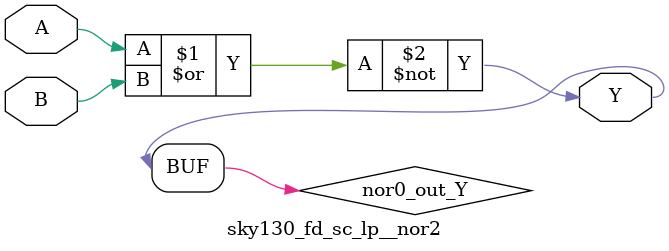
<source format=v>
/*
 * Copyright 2020 The SkyWater PDK Authors
 *
 * Licensed under the Apache License, Version 2.0 (the "License");
 * you may not use this file except in compliance with the License.
 * You may obtain a copy of the License at
 *
 *     https://www.apache.org/licenses/LICENSE-2.0
 *
 * Unless required by applicable law or agreed to in writing, software
 * distributed under the License is distributed on an "AS IS" BASIS,
 * WITHOUT WARRANTIES OR CONDITIONS OF ANY KIND, either express or implied.
 * See the License for the specific language governing permissions and
 * limitations under the License.
 *
 * SPDX-License-Identifier: Apache-2.0
*/


`ifndef SKY130_FD_SC_LP__NOR2_FUNCTIONAL_V
`define SKY130_FD_SC_LP__NOR2_FUNCTIONAL_V

/**
 * nor2: 2-input NOR.
 *
 * Verilog simulation functional model.
 */

`timescale 1ns / 1ps
`default_nettype none

`celldefine
module sky130_fd_sc_lp__nor2 (
    Y,
    A,
    B
);

    // Module ports
    output Y;
    input  A;
    input  B;

    // Local signals
    wire nor0_out_Y;

    //  Name  Output      Other arguments
    nor nor0 (nor0_out_Y, A, B           );
    buf buf0 (Y         , nor0_out_Y     );

endmodule
`endcelldefine

`default_nettype wire
`endif  // SKY130_FD_SC_LP__NOR2_FUNCTIONAL_V

</source>
